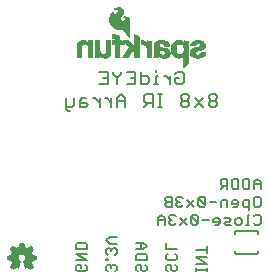
<source format=gbo>
G75*
%MOIN*%
%OFA0B0*%
%FSLAX25Y25*%
%IPPOS*%
%LPD*%
%AMOC8*
5,1,8,0,0,1.08239X$1,22.5*
%
%ADD10C,0.00600*%
%ADD11C,0.00800*%
%ADD12C,0.00300*%
%ADD13C,0.00299*%
D10*
X0166633Y0055867D02*
X0167200Y0055300D01*
X0169469Y0055300D01*
X0170036Y0055867D01*
X0170036Y0057001D01*
X0169469Y0057569D01*
X0168335Y0057569D02*
X0168335Y0056434D01*
X0168335Y0057569D02*
X0167200Y0057569D01*
X0166633Y0057001D01*
X0166633Y0055867D01*
X0166633Y0058983D02*
X0170036Y0058983D01*
X0166633Y0061252D01*
X0170036Y0061252D01*
X0170036Y0062666D02*
X0170036Y0064368D01*
X0169469Y0064935D01*
X0167200Y0064935D01*
X0166633Y0064368D01*
X0166633Y0062666D01*
X0170036Y0062666D01*
X0176633Y0062526D02*
X0176633Y0061392D01*
X0177200Y0060825D01*
X0177200Y0059550D02*
X0176633Y0059550D01*
X0176633Y0058983D01*
X0177200Y0058983D01*
X0177200Y0059550D01*
X0177200Y0057569D02*
X0176633Y0057001D01*
X0176633Y0055867D01*
X0177200Y0055300D01*
X0178335Y0056434D02*
X0178335Y0057001D01*
X0177768Y0057569D01*
X0177200Y0057569D01*
X0178335Y0057001D02*
X0178902Y0057569D01*
X0179469Y0057569D01*
X0180036Y0057001D01*
X0180036Y0055867D01*
X0179469Y0055300D01*
X0186633Y0055867D02*
X0187200Y0055300D01*
X0186633Y0055867D02*
X0186633Y0057001D01*
X0187200Y0057569D01*
X0187768Y0057569D01*
X0188335Y0057001D01*
X0188335Y0055867D01*
X0188902Y0055300D01*
X0189469Y0055300D01*
X0190036Y0055867D01*
X0190036Y0057001D01*
X0189469Y0057569D01*
X0190036Y0058983D02*
X0190036Y0060685D01*
X0189469Y0061252D01*
X0187200Y0061252D01*
X0186633Y0060685D01*
X0186633Y0058983D01*
X0190036Y0058983D01*
X0196633Y0059550D02*
X0196633Y0060685D01*
X0197200Y0061252D01*
X0196633Y0062666D02*
X0196633Y0064935D01*
X0190036Y0063801D02*
X0188902Y0064935D01*
X0186633Y0064935D01*
X0188335Y0064935D02*
X0188335Y0062666D01*
X0188902Y0062666D02*
X0190036Y0063801D01*
X0188902Y0062666D02*
X0186633Y0062666D01*
X0180036Y0062526D02*
X0179469Y0063093D01*
X0178902Y0063093D01*
X0178335Y0062526D01*
X0177768Y0063093D01*
X0177200Y0063093D01*
X0176633Y0062526D01*
X0178335Y0062526D02*
X0178335Y0061959D01*
X0179469Y0060825D02*
X0180036Y0061392D01*
X0180036Y0062526D01*
X0180036Y0064508D02*
X0177768Y0064508D01*
X0176633Y0065642D01*
X0177768Y0066776D01*
X0180036Y0066776D01*
X0193844Y0070800D02*
X0193844Y0073069D01*
X0194978Y0074203D01*
X0196113Y0073069D01*
X0196113Y0070800D01*
X0197527Y0071367D02*
X0198094Y0070800D01*
X0199229Y0070800D01*
X0199796Y0071367D01*
X0201210Y0070800D02*
X0203479Y0073069D01*
X0204894Y0073636D02*
X0204894Y0071367D01*
X0205461Y0070800D01*
X0206595Y0070800D01*
X0207162Y0071367D01*
X0204894Y0073636D01*
X0205461Y0074203D01*
X0206595Y0074203D01*
X0207162Y0073636D01*
X0207162Y0071367D01*
X0208577Y0072501D02*
X0210845Y0072501D01*
X0212260Y0072501D02*
X0212260Y0071934D01*
X0214528Y0071934D01*
X0214528Y0071367D02*
X0214528Y0072501D01*
X0213961Y0073069D01*
X0212827Y0073069D01*
X0212260Y0072501D01*
X0212827Y0070800D02*
X0213961Y0070800D01*
X0214528Y0071367D01*
X0215943Y0071367D02*
X0216510Y0071934D01*
X0217644Y0071934D01*
X0218212Y0072501D01*
X0217644Y0073069D01*
X0215943Y0073069D01*
X0215943Y0071367D02*
X0216510Y0070800D01*
X0218212Y0070800D01*
X0219626Y0071367D02*
X0219626Y0072501D01*
X0220193Y0073069D01*
X0221328Y0073069D01*
X0221895Y0072501D01*
X0221895Y0071367D01*
X0221328Y0070800D01*
X0220193Y0070800D01*
X0219626Y0071367D01*
X0223216Y0070800D02*
X0224350Y0070800D01*
X0223783Y0070800D02*
X0223783Y0074203D01*
X0224350Y0074203D01*
X0224350Y0075666D02*
X0224350Y0079069D01*
X0222649Y0079069D01*
X0222082Y0078501D01*
X0222082Y0077367D01*
X0222649Y0076800D01*
X0224350Y0076800D01*
X0225765Y0077367D02*
X0226332Y0076800D01*
X0227466Y0076800D01*
X0228033Y0077367D01*
X0228033Y0079636D01*
X0227466Y0080203D01*
X0226332Y0080203D01*
X0225765Y0079636D01*
X0225765Y0077367D01*
X0220667Y0077367D02*
X0220100Y0076800D01*
X0218966Y0076800D01*
X0218398Y0077934D02*
X0220667Y0077934D01*
X0220667Y0077367D02*
X0220667Y0078501D01*
X0220100Y0079069D01*
X0218966Y0079069D01*
X0218398Y0078501D01*
X0218398Y0077934D01*
X0216984Y0076800D02*
X0216984Y0079069D01*
X0215282Y0079069D01*
X0214715Y0078501D01*
X0214715Y0076800D01*
X0213301Y0078501D02*
X0211032Y0078501D01*
X0209618Y0077367D02*
X0209050Y0076800D01*
X0207916Y0076800D01*
X0207349Y0077367D01*
X0207349Y0079636D01*
X0209618Y0077367D01*
X0209618Y0079636D01*
X0209050Y0080203D01*
X0207916Y0080203D01*
X0207349Y0079636D01*
X0205934Y0079069D02*
X0203666Y0076800D01*
X0202251Y0077367D02*
X0201684Y0076800D01*
X0200550Y0076800D01*
X0199983Y0077367D01*
X0199983Y0077934D01*
X0200550Y0078501D01*
X0201117Y0078501D01*
X0200550Y0078501D02*
X0199983Y0079069D01*
X0199983Y0079636D01*
X0200550Y0080203D01*
X0201684Y0080203D01*
X0202251Y0079636D01*
X0203666Y0079069D02*
X0205934Y0076800D01*
X0199796Y0073636D02*
X0199229Y0074203D01*
X0198094Y0074203D01*
X0197527Y0073636D01*
X0197527Y0073069D01*
X0198094Y0072501D01*
X0197527Y0071934D01*
X0197527Y0071367D01*
X0198094Y0072501D02*
X0198662Y0072501D01*
X0196113Y0072501D02*
X0193844Y0072501D01*
X0201210Y0073069D02*
X0203479Y0070800D01*
X0198568Y0076800D02*
X0196867Y0076800D01*
X0196300Y0077367D01*
X0196300Y0077934D01*
X0196867Y0078501D01*
X0198568Y0078501D01*
X0198568Y0076800D02*
X0198568Y0080203D01*
X0196867Y0080203D01*
X0196300Y0079636D01*
X0196300Y0079069D01*
X0196867Y0078501D01*
X0214715Y0082800D02*
X0215850Y0083934D01*
X0215282Y0083934D02*
X0216984Y0083934D01*
X0216984Y0082800D02*
X0216984Y0086203D01*
X0215282Y0086203D01*
X0214715Y0085636D01*
X0214715Y0084501D01*
X0215282Y0083934D01*
X0218398Y0083367D02*
X0218398Y0085636D01*
X0218966Y0086203D01*
X0220667Y0086203D01*
X0220667Y0082800D01*
X0218966Y0082800D01*
X0218398Y0083367D01*
X0222082Y0083367D02*
X0222082Y0085636D01*
X0222649Y0086203D01*
X0224350Y0086203D01*
X0224350Y0082800D01*
X0222649Y0082800D01*
X0222082Y0083367D01*
X0225765Y0082800D02*
X0225765Y0085069D01*
X0226899Y0086203D01*
X0228033Y0085069D01*
X0228033Y0082800D01*
X0228033Y0084501D02*
X0225765Y0084501D01*
X0226332Y0074203D02*
X0227466Y0074203D01*
X0228033Y0073636D01*
X0228033Y0071367D01*
X0227466Y0070800D01*
X0226332Y0070800D01*
X0225765Y0071367D01*
X0225765Y0073636D02*
X0226332Y0074203D01*
X0210036Y0063707D02*
X0210036Y0061439D01*
X0210036Y0062573D02*
X0206633Y0062573D01*
X0206633Y0060024D02*
X0210036Y0060024D01*
X0210036Y0057755D02*
X0206633Y0060024D01*
X0206633Y0057755D02*
X0210036Y0057755D01*
X0210036Y0056434D02*
X0210036Y0055300D01*
X0210036Y0055867D02*
X0206633Y0055867D01*
X0206633Y0055300D02*
X0206633Y0056434D01*
X0200036Y0055867D02*
X0199469Y0055300D01*
X0198902Y0055300D01*
X0198335Y0055867D01*
X0198335Y0057001D01*
X0197768Y0057569D01*
X0197200Y0057569D01*
X0196633Y0057001D01*
X0196633Y0055867D01*
X0197200Y0055300D01*
X0200036Y0055867D02*
X0200036Y0057001D01*
X0199469Y0057569D01*
X0199469Y0058983D02*
X0197200Y0058983D01*
X0196633Y0059550D01*
X0199469Y0058983D02*
X0200036Y0059550D01*
X0200036Y0060685D01*
X0199469Y0061252D01*
X0200036Y0062666D02*
X0196633Y0062666D01*
D11*
X0220184Y0061063D02*
X0226483Y0061063D01*
X0226483Y0061062D02*
X0226542Y0061076D01*
X0226600Y0061093D01*
X0226657Y0061114D01*
X0226713Y0061138D01*
X0226767Y0061166D01*
X0226819Y0061196D01*
X0226870Y0061230D01*
X0226918Y0061267D01*
X0226964Y0061306D01*
X0227007Y0061349D01*
X0227048Y0061393D01*
X0227086Y0061441D01*
X0227121Y0061490D01*
X0227153Y0061542D01*
X0227182Y0061595D01*
X0227208Y0061650D01*
X0227230Y0061706D01*
X0227249Y0061764D01*
X0227265Y0061823D01*
X0227276Y0061882D01*
X0227285Y0061942D01*
X0227289Y0062003D01*
X0227290Y0062063D01*
X0227287Y0062124D01*
X0227281Y0062184D01*
X0227271Y0062244D01*
X0220184Y0061062D02*
X0220125Y0061076D01*
X0220067Y0061093D01*
X0220010Y0061114D01*
X0219954Y0061138D01*
X0219900Y0061166D01*
X0219848Y0061196D01*
X0219797Y0061230D01*
X0219749Y0061267D01*
X0219703Y0061306D01*
X0219660Y0061349D01*
X0219619Y0061393D01*
X0219581Y0061441D01*
X0219546Y0061490D01*
X0219514Y0061542D01*
X0219485Y0061595D01*
X0219459Y0061650D01*
X0219437Y0061706D01*
X0219418Y0061764D01*
X0219402Y0061823D01*
X0219391Y0061882D01*
X0219382Y0061942D01*
X0219378Y0062003D01*
X0219377Y0062063D01*
X0219380Y0062124D01*
X0219386Y0062184D01*
X0219396Y0062244D01*
X0219396Y0067756D02*
X0219386Y0067816D01*
X0219380Y0067876D01*
X0219377Y0067937D01*
X0219378Y0067997D01*
X0219382Y0068058D01*
X0219391Y0068118D01*
X0219402Y0068177D01*
X0219418Y0068236D01*
X0219437Y0068294D01*
X0219459Y0068350D01*
X0219485Y0068405D01*
X0219514Y0068458D01*
X0219546Y0068510D01*
X0219581Y0068559D01*
X0219619Y0068607D01*
X0219660Y0068651D01*
X0219703Y0068694D01*
X0219749Y0068733D01*
X0219797Y0068770D01*
X0219848Y0068804D01*
X0219900Y0068834D01*
X0219954Y0068862D01*
X0220010Y0068886D01*
X0220067Y0068907D01*
X0220125Y0068924D01*
X0220184Y0068938D01*
X0220184Y0068937D02*
X0226483Y0068937D01*
X0226483Y0068938D02*
X0226542Y0068924D01*
X0226600Y0068907D01*
X0226657Y0068886D01*
X0226713Y0068862D01*
X0226767Y0068834D01*
X0226819Y0068804D01*
X0226870Y0068770D01*
X0226918Y0068733D01*
X0226964Y0068694D01*
X0227007Y0068651D01*
X0227048Y0068607D01*
X0227086Y0068559D01*
X0227121Y0068510D01*
X0227153Y0068458D01*
X0227182Y0068405D01*
X0227208Y0068350D01*
X0227230Y0068294D01*
X0227249Y0068236D01*
X0227265Y0068177D01*
X0227276Y0068118D01*
X0227285Y0068058D01*
X0227289Y0067997D01*
X0227290Y0067937D01*
X0227287Y0067876D01*
X0227281Y0067816D01*
X0227271Y0067756D01*
X0164547Y0108749D02*
X0163847Y0108749D01*
X0163146Y0109449D01*
X0163146Y0112952D01*
X0163146Y0110150D02*
X0165248Y0110150D01*
X0165948Y0110851D01*
X0165948Y0112952D01*
X0167750Y0112252D02*
X0167750Y0110150D01*
X0169852Y0110150D01*
X0170552Y0110851D01*
X0169852Y0111551D01*
X0167750Y0111551D01*
X0167750Y0112252D02*
X0168451Y0112952D01*
X0169852Y0112952D01*
X0172287Y0112952D02*
X0172988Y0112952D01*
X0174389Y0111551D01*
X0174389Y0110150D02*
X0174389Y0112952D01*
X0176124Y0112952D02*
X0176824Y0112952D01*
X0178226Y0111551D01*
X0178226Y0110150D02*
X0178226Y0112952D01*
X0180027Y0112952D02*
X0180027Y0110150D01*
X0180027Y0112252D02*
X0182829Y0112252D01*
X0182829Y0112952D02*
X0181428Y0114354D01*
X0180027Y0112952D01*
X0182829Y0112952D02*
X0182829Y0110150D01*
X0189235Y0110150D02*
X0190636Y0111551D01*
X0189936Y0111551D02*
X0192037Y0111551D01*
X0192037Y0110150D02*
X0192037Y0114354D01*
X0189936Y0114354D01*
X0189235Y0113653D01*
X0189235Y0112252D01*
X0189936Y0111551D01*
X0193705Y0110150D02*
X0195107Y0110150D01*
X0194406Y0110150D02*
X0194406Y0114354D01*
X0195107Y0114354D02*
X0193705Y0114354D01*
X0201512Y0113653D02*
X0201512Y0112952D01*
X0202213Y0112252D01*
X0203614Y0112252D01*
X0204314Y0112952D01*
X0204314Y0113653D01*
X0203614Y0114354D01*
X0202213Y0114354D01*
X0201512Y0113653D01*
X0202213Y0112252D02*
X0201512Y0111551D01*
X0201512Y0110851D01*
X0202213Y0110150D01*
X0203614Y0110150D01*
X0204314Y0110851D01*
X0204314Y0111551D01*
X0203614Y0112252D01*
X0206116Y0112952D02*
X0208918Y0110150D01*
X0210720Y0110851D02*
X0210720Y0111551D01*
X0211420Y0112252D01*
X0212822Y0112252D01*
X0213522Y0112952D01*
X0213522Y0113653D01*
X0212822Y0114354D01*
X0211420Y0114354D01*
X0210720Y0113653D01*
X0210720Y0112952D01*
X0211420Y0112252D01*
X0212822Y0112252D02*
X0213522Y0111551D01*
X0213522Y0110851D01*
X0212822Y0110150D01*
X0211420Y0110150D01*
X0210720Y0110851D01*
X0208918Y0112952D02*
X0206116Y0110150D01*
X0201696Y0117650D02*
X0200294Y0117650D01*
X0199594Y0118351D01*
X0199594Y0119752D01*
X0200995Y0119752D01*
X0202396Y0121153D02*
X0201696Y0121854D01*
X0200294Y0121854D01*
X0199594Y0121153D01*
X0197792Y0120452D02*
X0197792Y0117650D01*
X0197792Y0119051D02*
X0196391Y0120452D01*
X0195690Y0120452D01*
X0193956Y0120452D02*
X0193255Y0120452D01*
X0193255Y0117650D01*
X0193956Y0117650D02*
X0192554Y0117650D01*
X0190886Y0118351D02*
X0190886Y0119752D01*
X0190186Y0120452D01*
X0188084Y0120452D01*
X0188084Y0121854D02*
X0188084Y0117650D01*
X0190186Y0117650D01*
X0190886Y0118351D01*
X0186282Y0117650D02*
X0183480Y0117650D01*
X0184881Y0119752D02*
X0186282Y0119752D01*
X0186282Y0121854D02*
X0183480Y0121854D01*
X0181678Y0121854D02*
X0181678Y0121153D01*
X0180277Y0119752D01*
X0180277Y0117650D01*
X0180277Y0119752D02*
X0178876Y0121153D01*
X0178876Y0121854D01*
X0177075Y0121854D02*
X0177075Y0117650D01*
X0174272Y0117650D01*
X0175673Y0119752D02*
X0177075Y0119752D01*
X0177075Y0121854D02*
X0174272Y0121854D01*
X0186282Y0121854D02*
X0186282Y0117650D01*
X0193255Y0121854D02*
X0193255Y0122554D01*
X0202396Y0121153D02*
X0202396Y0118351D01*
X0201696Y0117650D01*
D12*
X0202318Y0123394D02*
X0202475Y0123551D01*
X0202672Y0123748D01*
X0202869Y0123906D01*
X0203066Y0124063D01*
X0203262Y0124220D01*
X0203459Y0124417D01*
X0203617Y0124575D01*
X0203814Y0124732D01*
X0203814Y0132016D01*
X0203656Y0132055D01*
X0203459Y0132094D01*
X0203262Y0132094D01*
X0203105Y0132134D01*
X0202908Y0132173D01*
X0202751Y0132213D01*
X0202554Y0132252D01*
X0202357Y0132291D01*
X0202357Y0131583D01*
X0202199Y0131780D01*
X0202042Y0131937D01*
X0201845Y0132094D01*
X0201648Y0132213D01*
X0201451Y0132331D01*
X0201215Y0132370D01*
X0200979Y0132409D01*
X0200703Y0132409D01*
X0200113Y0132370D01*
X0199562Y0132173D01*
X0199129Y0131898D01*
X0198774Y0131504D01*
X0198499Y0131071D01*
X0198341Y0130559D01*
X0198223Y0130008D01*
X0198184Y0129417D01*
X0199719Y0129457D01*
X0199719Y0129811D01*
X0199759Y0130126D01*
X0199877Y0130441D01*
X0199995Y0130717D01*
X0200192Y0130953D01*
X0200428Y0131110D01*
X0200703Y0131228D01*
X0201058Y0131268D01*
X0201373Y0131228D01*
X0201688Y0131110D01*
X0201885Y0130953D01*
X0202081Y0130717D01*
X0202199Y0130441D01*
X0202318Y0130126D01*
X0202357Y0129811D01*
X0202357Y0129142D01*
X0202278Y0128827D01*
X0202199Y0128512D01*
X0202081Y0128236D01*
X0201885Y0128039D01*
X0201648Y0127843D01*
X0201373Y0127764D01*
X0201018Y0127724D01*
X0200703Y0127764D01*
X0200388Y0127843D01*
X0200152Y0128039D01*
X0199995Y0128236D01*
X0199877Y0128512D01*
X0198538Y0127882D01*
X0198774Y0127449D01*
X0199129Y0127094D01*
X0199562Y0126780D01*
X0200034Y0126622D01*
X0200625Y0126543D01*
X0200861Y0126583D01*
X0201097Y0126622D01*
X0201333Y0126661D01*
X0201570Y0126780D01*
X0201766Y0126898D01*
X0201963Y0127016D01*
X0202121Y0127213D01*
X0202278Y0127409D01*
X0202318Y0127409D01*
X0202318Y0123394D01*
X0202318Y0123508D02*
X0202432Y0123508D01*
X0202318Y0123807D02*
X0202746Y0123807D01*
X0203119Y0124105D02*
X0202318Y0124105D01*
X0202318Y0124404D02*
X0203446Y0124404D01*
X0203776Y0124703D02*
X0202318Y0124703D01*
X0202318Y0125001D02*
X0203814Y0125001D01*
X0203814Y0125300D02*
X0202318Y0125300D01*
X0202318Y0125598D02*
X0203814Y0125598D01*
X0203814Y0125897D02*
X0202318Y0125897D01*
X0202318Y0126195D02*
X0203814Y0126195D01*
X0203814Y0126494D02*
X0202318Y0126494D01*
X0202318Y0126792D02*
X0203814Y0126792D01*
X0203814Y0127091D02*
X0202318Y0127091D01*
X0202023Y0127091D02*
X0199134Y0127091D01*
X0198834Y0127389D02*
X0202262Y0127389D01*
X0202318Y0127389D02*
X0203814Y0127389D01*
X0203814Y0127688D02*
X0198644Y0127688D01*
X0198538Y0127882D02*
X0199877Y0128512D01*
X0199759Y0128827D01*
X0199719Y0129142D01*
X0199719Y0129457D01*
X0198184Y0129417D01*
X0198223Y0128866D01*
X0198341Y0128354D01*
X0198538Y0127882D01*
X0198495Y0127986D02*
X0198760Y0127986D01*
X0200216Y0127986D01*
X0199974Y0128285D02*
X0199394Y0128285D01*
X0198370Y0128285D01*
X0198288Y0128583D02*
X0199850Y0128583D01*
X0199752Y0128882D02*
X0198222Y0128882D01*
X0198201Y0129180D02*
X0199719Y0129180D01*
X0199719Y0129479D02*
X0198188Y0129479D01*
X0198208Y0129777D02*
X0199719Y0129777D01*
X0199752Y0130076D02*
X0198238Y0130076D01*
X0198302Y0130374D02*
X0199852Y0130374D01*
X0199976Y0130673D02*
X0198376Y0130673D01*
X0198468Y0130971D02*
X0200219Y0130971D01*
X0199549Y0132165D02*
X0201727Y0132165D01*
X0202112Y0131867D02*
X0199101Y0131867D01*
X0198832Y0131568D02*
X0203814Y0131568D01*
X0203814Y0131270D02*
X0198625Y0131270D01*
X0197475Y0131031D02*
X0197514Y0130795D01*
X0197554Y0130559D01*
X0196018Y0130559D01*
X0196018Y0130756D01*
X0195979Y0130835D01*
X0195940Y0130953D01*
X0195900Y0131031D01*
X0195861Y0131071D01*
X0195782Y0131150D01*
X0195743Y0131189D01*
X0195664Y0131228D01*
X0195585Y0131268D01*
X0195507Y0131307D01*
X0195428Y0131346D01*
X0195349Y0131386D01*
X0194640Y0131386D01*
X0194562Y0131346D01*
X0194483Y0131346D01*
X0194404Y0131307D01*
X0194325Y0131268D01*
X0194247Y0131228D01*
X0194207Y0131150D01*
X0194168Y0131110D01*
X0194129Y0131031D01*
X0194089Y0130953D01*
X0194050Y0130874D01*
X0194050Y0130441D01*
X0194168Y0130283D01*
X0194365Y0130165D01*
X0194601Y0130087D01*
X0194877Y0130008D01*
X0194680Y0129220D01*
X0194522Y0129220D01*
X0194444Y0129260D01*
X0194365Y0129260D01*
X0194286Y0129299D01*
X0194207Y0129339D01*
X0194129Y0129339D01*
X0194089Y0129378D01*
X0194050Y0129417D01*
X0194050Y0128512D01*
X0194089Y0128394D01*
X0194129Y0128315D01*
X0194168Y0128197D01*
X0194207Y0128079D01*
X0194286Y0128000D01*
X0194365Y0127882D01*
X0194444Y0127803D01*
X0194562Y0127724D01*
X0194719Y0127685D01*
X0194877Y0127606D01*
X0195073Y0127606D01*
X0195270Y0127567D01*
X0195467Y0127567D01*
X0195546Y0127606D01*
X0195625Y0127606D01*
X0195703Y0127646D01*
X0195782Y0127646D01*
X0195861Y0127685D01*
X0195940Y0127724D01*
X0195979Y0127764D01*
X0196058Y0127803D01*
X0196097Y0127882D01*
X0196136Y0127921D01*
X0196176Y0128000D01*
X0196176Y0128079D01*
X0196215Y0128197D01*
X0196215Y0128394D01*
X0196176Y0128472D01*
X0196176Y0128551D01*
X0196136Y0128630D01*
X0196097Y0128709D01*
X0196058Y0128787D01*
X0195979Y0128827D01*
X0195940Y0128866D01*
X0195861Y0128906D01*
X0195782Y0128945D01*
X0195743Y0128984D01*
X0195664Y0129024D01*
X0195546Y0129063D01*
X0195861Y0129890D01*
X0196215Y0129850D01*
X0196530Y0129772D01*
X0196845Y0129654D01*
X0197121Y0129496D01*
X0197396Y0129260D01*
X0197554Y0128984D01*
X0197672Y0128630D01*
X0197751Y0128197D01*
X0197711Y0128000D01*
X0197711Y0127803D01*
X0197633Y0127646D01*
X0197593Y0127449D01*
X0197514Y0127331D01*
X0197396Y0127173D01*
X0197318Y0127055D01*
X0197199Y0126937D01*
X0197042Y0126858D01*
X0196924Y0126780D01*
X0196766Y0126701D01*
X0196570Y0126622D01*
X0196412Y0126583D01*
X0196215Y0126583D01*
X0196018Y0126543D01*
X0195585Y0126543D01*
X0195467Y0126583D01*
X0195310Y0126583D01*
X0195192Y0126622D01*
X0195073Y0126622D01*
X0194955Y0126661D01*
X0194837Y0126701D01*
X0194719Y0126740D01*
X0194601Y0126780D01*
X0194483Y0126858D01*
X0194365Y0126898D01*
X0194247Y0126976D01*
X0194168Y0127055D01*
X0194050Y0127134D01*
X0193971Y0127252D01*
X0193971Y0127016D01*
X0193932Y0126976D01*
X0193932Y0126858D01*
X0193892Y0126819D01*
X0193892Y0126780D01*
X0193853Y0126740D01*
X0193853Y0126701D01*
X0192318Y0126701D01*
X0192318Y0126740D01*
X0192357Y0126780D01*
X0192396Y0126858D01*
X0192396Y0126976D01*
X0192436Y0127055D01*
X0192436Y0127134D01*
X0192475Y0127213D01*
X0192475Y0127567D01*
X0192514Y0127646D01*
X0192514Y0131071D01*
X0192554Y0131268D01*
X0192633Y0131465D01*
X0192711Y0131622D01*
X0192829Y0131780D01*
X0192987Y0131898D01*
X0193144Y0132016D01*
X0193302Y0132134D01*
X0193499Y0132213D01*
X0193696Y0132252D01*
X0193892Y0132331D01*
X0194089Y0132370D01*
X0194325Y0132370D01*
X0194522Y0132409D01*
X0195428Y0132409D01*
X0195625Y0132370D01*
X0195861Y0132331D01*
X0196097Y0132252D01*
X0196294Y0132213D01*
X0196491Y0132134D01*
X0196688Y0132016D01*
X0196885Y0131898D01*
X0197042Y0131780D01*
X0197160Y0131622D01*
X0197278Y0131425D01*
X0197396Y0131268D01*
X0197475Y0131031D01*
X0197485Y0130971D02*
X0195930Y0130971D01*
X0196018Y0130673D02*
X0197535Y0130673D01*
X0197395Y0131270D02*
X0195581Y0131270D01*
X0196412Y0132165D02*
X0193380Y0132165D01*
X0192946Y0131867D02*
X0196926Y0131867D01*
X0197192Y0131568D02*
X0192684Y0131568D01*
X0192555Y0131270D02*
X0194330Y0131270D01*
X0194098Y0130971D02*
X0192514Y0130971D01*
X0192514Y0130673D02*
X0194050Y0130673D01*
X0194100Y0130374D02*
X0192514Y0130374D01*
X0192514Y0130076D02*
X0194639Y0130076D01*
X0194877Y0130008D02*
X0194680Y0129220D01*
X0194759Y0129181D01*
X0194837Y0129181D01*
X0194955Y0129142D01*
X0195113Y0129142D01*
X0195231Y0129102D01*
X0195388Y0129102D01*
X0195467Y0129063D01*
X0195546Y0129063D01*
X0195861Y0129890D01*
X0195507Y0129929D01*
X0195152Y0129969D01*
X0194877Y0130008D01*
X0194819Y0129777D02*
X0192514Y0129777D01*
X0192514Y0129479D02*
X0194744Y0129479D01*
X0195704Y0129479D01*
X0197141Y0129479D01*
X0197442Y0129180D02*
X0195591Y0129180D01*
X0194840Y0129180D01*
X0194819Y0129777D02*
X0195818Y0129777D01*
X0196508Y0129777D01*
X0195909Y0128882D02*
X0197588Y0128882D01*
X0197680Y0128583D02*
X0196160Y0128583D01*
X0196215Y0128285D02*
X0197735Y0128285D01*
X0197711Y0127986D02*
X0196169Y0127986D01*
X0195866Y0127688D02*
X0197654Y0127688D01*
X0197553Y0127389D02*
X0192475Y0127389D01*
X0192436Y0127091D02*
X0193971Y0127091D01*
X0194115Y0127091D02*
X0197341Y0127091D01*
X0196943Y0126792D02*
X0194582Y0126792D01*
X0193892Y0126792D02*
X0192363Y0126792D01*
X0191648Y0126792D02*
X0190113Y0126792D01*
X0190113Y0126701D02*
X0191648Y0126701D01*
X0191648Y0131346D01*
X0191648Y0132016D01*
X0191451Y0132055D01*
X0191294Y0132094D01*
X0191097Y0132094D01*
X0190900Y0132134D01*
X0190743Y0132173D01*
X0190546Y0132213D01*
X0190349Y0132252D01*
X0190192Y0132291D01*
X0190192Y0131228D01*
X0190034Y0131504D01*
X0189877Y0131701D01*
X0189680Y0131937D01*
X0189483Y0132094D01*
X0189207Y0132252D01*
X0188971Y0132331D01*
X0188696Y0132409D01*
X0188144Y0132409D01*
X0188105Y0132370D01*
X0188066Y0132370D01*
X0188066Y0130953D01*
X0188105Y0130953D01*
X0188184Y0130992D01*
X0188617Y0130992D01*
X0189010Y0130953D01*
X0189325Y0130874D01*
X0189601Y0130717D01*
X0189798Y0130480D01*
X0189955Y0130205D01*
X0190034Y0129929D01*
X0190113Y0129575D01*
X0190113Y0126701D01*
X0190113Y0127091D02*
X0191648Y0127091D01*
X0191648Y0127389D02*
X0190113Y0127389D01*
X0190113Y0127688D02*
X0191648Y0127688D01*
X0191648Y0127986D02*
X0190113Y0127986D01*
X0190113Y0128285D02*
X0191648Y0128285D01*
X0191648Y0128583D02*
X0190113Y0128583D01*
X0190113Y0128882D02*
X0191648Y0128882D01*
X0191648Y0129180D02*
X0190113Y0129180D01*
X0190113Y0129479D02*
X0191648Y0129479D01*
X0191648Y0129777D02*
X0190068Y0129777D01*
X0189992Y0130076D02*
X0191648Y0130076D01*
X0191648Y0130374D02*
X0189859Y0130374D01*
X0189638Y0130673D02*
X0191648Y0130673D01*
X0191648Y0130971D02*
X0188825Y0130971D01*
X0188142Y0130971D02*
X0188066Y0130971D01*
X0188066Y0131270D02*
X0190168Y0131270D01*
X0190192Y0131270D02*
X0191648Y0131270D01*
X0191648Y0131568D02*
X0190192Y0131568D01*
X0189983Y0131568D02*
X0188066Y0131568D01*
X0188066Y0131867D02*
X0189738Y0131867D01*
X0190192Y0131867D02*
X0191648Y0131867D01*
X0190774Y0132165D02*
X0190192Y0132165D01*
X0189359Y0132165D02*
X0188066Y0132165D01*
X0187475Y0132165D02*
X0185940Y0132165D01*
X0185940Y0131867D02*
X0187475Y0131867D01*
X0187475Y0131568D02*
X0185940Y0131568D01*
X0185940Y0131270D02*
X0187475Y0131270D01*
X0187475Y0130971D02*
X0185940Y0130971D01*
X0185940Y0130673D02*
X0187475Y0130673D01*
X0187475Y0130374D02*
X0185940Y0130374D01*
X0185852Y0130374D02*
X0184153Y0130374D01*
X0184286Y0130244D02*
X0181963Y0126701D01*
X0183814Y0126701D01*
X0185349Y0129181D01*
X0185940Y0128630D01*
X0185940Y0126701D01*
X0187475Y0126701D01*
X0187475Y0133551D01*
X0185940Y0134378D01*
X0185940Y0130283D01*
X0184010Y0132291D01*
X0182199Y0132291D01*
X0184286Y0130244D01*
X0184176Y0130076D02*
X0187475Y0130076D01*
X0187475Y0129777D02*
X0183980Y0129777D01*
X0183784Y0129479D02*
X0187475Y0129479D01*
X0187475Y0129180D02*
X0185350Y0129180D01*
X0185349Y0129180D02*
X0183589Y0129180D01*
X0183393Y0128882D02*
X0185164Y0128882D01*
X0184979Y0128583D02*
X0183197Y0128583D01*
X0183002Y0128285D02*
X0184794Y0128285D01*
X0184609Y0127986D02*
X0182806Y0127986D01*
X0182610Y0127688D02*
X0184425Y0127688D01*
X0184240Y0127389D02*
X0182415Y0127389D01*
X0182219Y0127091D02*
X0184055Y0127091D01*
X0183870Y0126792D02*
X0182023Y0126792D01*
X0181018Y0126792D02*
X0179522Y0126792D01*
X0179522Y0126701D02*
X0181018Y0126701D01*
X0181018Y0130677D01*
X0181018Y0131268D01*
X0182554Y0131268D01*
X0182396Y0131386D01*
X0182278Y0131504D01*
X0182160Y0131622D01*
X0182003Y0131780D01*
X0181885Y0131898D01*
X0181766Y0132016D01*
X0181609Y0132134D01*
X0181491Y0132291D01*
X0181018Y0132291D01*
X0181018Y0133079D01*
X0180900Y0133394D01*
X0180782Y0133669D01*
X0180585Y0133906D01*
X0180310Y0134102D01*
X0179995Y0134260D01*
X0179601Y0134378D01*
X0178459Y0134378D01*
X0178381Y0134339D01*
X0178381Y0133236D01*
X0179050Y0133236D01*
X0179207Y0133197D01*
X0179286Y0133157D01*
X0179365Y0133118D01*
X0179444Y0133000D01*
X0179483Y0132921D01*
X0179483Y0132764D01*
X0179522Y0132606D01*
X0179522Y0132291D01*
X0178459Y0132291D01*
X0178459Y0131268D01*
X0179522Y0131268D01*
X0179522Y0126701D01*
X0179522Y0127091D02*
X0181018Y0127091D01*
X0181018Y0127389D02*
X0179522Y0127389D01*
X0179522Y0127688D02*
X0181018Y0127688D01*
X0181018Y0127986D02*
X0179522Y0127986D01*
X0179522Y0128285D02*
X0181018Y0128285D01*
X0181018Y0128583D02*
X0179522Y0128583D01*
X0179522Y0128882D02*
X0181018Y0128882D01*
X0181018Y0129180D02*
X0179522Y0129180D01*
X0179522Y0129479D02*
X0181018Y0129479D01*
X0181018Y0129777D02*
X0179522Y0129777D01*
X0179522Y0130076D02*
X0181018Y0130076D01*
X0181018Y0130374D02*
X0179522Y0130374D01*
X0179522Y0130673D02*
X0181018Y0130673D01*
X0181018Y0130971D02*
X0179522Y0130971D01*
X0178459Y0131270D02*
X0182551Y0131270D01*
X0182214Y0131568D02*
X0178459Y0131568D01*
X0178459Y0131867D02*
X0181915Y0131867D01*
X0181585Y0132165D02*
X0178459Y0132165D01*
X0177987Y0132165D02*
X0176491Y0132165D01*
X0176491Y0132291D02*
X0176491Y0129142D01*
X0176451Y0128827D01*
X0176412Y0128512D01*
X0176373Y0128276D01*
X0176255Y0128118D01*
X0176136Y0127961D01*
X0175940Y0127843D01*
X0175743Y0127803D01*
X0175507Y0127764D01*
X0175192Y0127803D01*
X0174955Y0127843D01*
X0174759Y0127961D01*
X0174601Y0128118D01*
X0174483Y0128354D01*
X0174365Y0128630D01*
X0174325Y0128945D01*
X0174325Y0132291D01*
X0172790Y0132291D01*
X0172790Y0127409D01*
X0172790Y0126701D01*
X0174247Y0126701D01*
X0174247Y0127488D01*
X0174286Y0127488D01*
X0174444Y0127252D01*
X0174601Y0127055D01*
X0174798Y0126898D01*
X0175034Y0126780D01*
X0175231Y0126701D01*
X0175467Y0126622D01*
X0175743Y0126583D01*
X0175979Y0126543D01*
X0176530Y0126583D01*
X0176963Y0126740D01*
X0177318Y0126937D01*
X0177593Y0127173D01*
X0177790Y0127528D01*
X0177908Y0127921D01*
X0177987Y0128354D01*
X0177987Y0132291D01*
X0176491Y0132291D01*
X0176491Y0131867D02*
X0177987Y0131867D01*
X0177987Y0131568D02*
X0176491Y0131568D01*
X0176491Y0131270D02*
X0177987Y0131270D01*
X0177987Y0130971D02*
X0176491Y0130971D01*
X0176491Y0130673D02*
X0177987Y0130673D01*
X0177987Y0130374D02*
X0176491Y0130374D01*
X0176491Y0130076D02*
X0177987Y0130076D01*
X0177987Y0129777D02*
X0176491Y0129777D01*
X0176491Y0129479D02*
X0177987Y0129479D01*
X0177987Y0129180D02*
X0176491Y0129180D01*
X0176458Y0128882D02*
X0177987Y0128882D01*
X0177987Y0128583D02*
X0176421Y0128583D01*
X0176374Y0128285D02*
X0177974Y0128285D01*
X0177920Y0127986D02*
X0176156Y0127986D01*
X0174733Y0127986D02*
X0172790Y0127986D01*
X0172790Y0127688D02*
X0177838Y0127688D01*
X0177713Y0127389D02*
X0174352Y0127389D01*
X0174247Y0127389D02*
X0172790Y0127389D01*
X0172790Y0127091D02*
X0174247Y0127091D01*
X0174247Y0126792D02*
X0172790Y0126792D01*
X0171963Y0126792D02*
X0170428Y0126792D01*
X0170428Y0126701D02*
X0171963Y0126701D01*
X0171963Y0131583D01*
X0171963Y0132291D01*
X0170507Y0132291D01*
X0170507Y0131504D01*
X0170467Y0131504D01*
X0170310Y0131740D01*
X0170152Y0131898D01*
X0169955Y0132055D01*
X0169719Y0132213D01*
X0169483Y0132291D01*
X0169247Y0132370D01*
X0169010Y0132409D01*
X0168774Y0132409D01*
X0168223Y0132370D01*
X0167790Y0132252D01*
X0167436Y0132055D01*
X0167160Y0131780D01*
X0166963Y0131465D01*
X0166845Y0131071D01*
X0166766Y0130638D01*
X0166727Y0130126D01*
X0166727Y0126701D01*
X0168262Y0126701D01*
X0168262Y0129850D01*
X0168302Y0130165D01*
X0168341Y0130441D01*
X0168381Y0130677D01*
X0168499Y0130874D01*
X0168617Y0131031D01*
X0168814Y0131150D01*
X0169010Y0131189D01*
X0169247Y0131228D01*
X0169562Y0131189D01*
X0169798Y0131150D01*
X0169995Y0131031D01*
X0170152Y0130835D01*
X0170270Y0130638D01*
X0170388Y0130362D01*
X0170428Y0130008D01*
X0170428Y0126701D01*
X0170428Y0127091D02*
X0171963Y0127091D01*
X0171963Y0127389D02*
X0170428Y0127389D01*
X0170428Y0127688D02*
X0171963Y0127688D01*
X0171963Y0127986D02*
X0170428Y0127986D01*
X0170428Y0128285D02*
X0171963Y0128285D01*
X0171963Y0128583D02*
X0170428Y0128583D01*
X0170428Y0128882D02*
X0171963Y0128882D01*
X0171963Y0129180D02*
X0170428Y0129180D01*
X0170428Y0129479D02*
X0171963Y0129479D01*
X0171963Y0129777D02*
X0170428Y0129777D01*
X0170420Y0130076D02*
X0171963Y0130076D01*
X0171963Y0130374D02*
X0170383Y0130374D01*
X0170249Y0130673D02*
X0171963Y0130673D01*
X0171963Y0130971D02*
X0170043Y0130971D01*
X0170424Y0131568D02*
X0167028Y0131568D01*
X0166905Y0131270D02*
X0171963Y0131270D01*
X0171963Y0131568D02*
X0170507Y0131568D01*
X0170507Y0131867D02*
X0171963Y0131867D01*
X0171963Y0132165D02*
X0170507Y0132165D01*
X0170183Y0131867D02*
X0167247Y0131867D01*
X0167634Y0132165D02*
X0169790Y0132165D01*
X0168572Y0130971D02*
X0166827Y0130971D01*
X0166773Y0130673D02*
X0168380Y0130673D01*
X0168332Y0130374D02*
X0166746Y0130374D01*
X0166727Y0130076D02*
X0168291Y0130076D01*
X0168262Y0129777D02*
X0166727Y0129777D01*
X0166727Y0129479D02*
X0168262Y0129479D01*
X0168262Y0129180D02*
X0166727Y0129180D01*
X0166727Y0128882D02*
X0168262Y0128882D01*
X0168262Y0128583D02*
X0166727Y0128583D01*
X0166727Y0128285D02*
X0168262Y0128285D01*
X0168262Y0127986D02*
X0166727Y0127986D01*
X0166727Y0127688D02*
X0168262Y0127688D01*
X0168262Y0127389D02*
X0166727Y0127389D01*
X0166727Y0127091D02*
X0168262Y0127091D01*
X0168262Y0126792D02*
X0166727Y0126792D01*
X0172790Y0128285D02*
X0174518Y0128285D01*
X0174385Y0128583D02*
X0172790Y0128583D01*
X0172790Y0128882D02*
X0174333Y0128882D01*
X0174325Y0129180D02*
X0172790Y0129180D01*
X0172790Y0129479D02*
X0174325Y0129479D01*
X0174325Y0129777D02*
X0172790Y0129777D01*
X0172790Y0130076D02*
X0174325Y0130076D01*
X0174325Y0130374D02*
X0172790Y0130374D01*
X0172790Y0130673D02*
X0174325Y0130673D01*
X0174325Y0130971D02*
X0172790Y0130971D01*
X0172790Y0131270D02*
X0174325Y0131270D01*
X0174325Y0131568D02*
X0172790Y0131568D01*
X0172790Y0131867D02*
X0174325Y0131867D01*
X0174325Y0132165D02*
X0172790Y0132165D01*
X0178381Y0133359D02*
X0180913Y0133359D01*
X0181018Y0133061D02*
X0179403Y0133061D01*
X0179483Y0132762D02*
X0181018Y0132762D01*
X0181018Y0132464D02*
X0179522Y0132464D01*
X0178381Y0133658D02*
X0180787Y0133658D01*
X0180514Y0133956D02*
X0178381Y0133956D01*
X0178381Y0134255D02*
X0180005Y0134255D01*
X0180388Y0136071D02*
X0179955Y0136189D01*
X0179562Y0136346D01*
X0179168Y0136583D01*
X0178853Y0136858D01*
X0178538Y0137173D01*
X0178262Y0137528D01*
X0177869Y0138236D01*
X0177672Y0138945D01*
X0177633Y0139654D01*
X0177751Y0140283D01*
X0177948Y0140835D01*
X0178223Y0141307D01*
X0178538Y0141661D01*
X0178853Y0141819D01*
X0178853Y0141504D01*
X0178892Y0141386D01*
X0178932Y0141268D01*
X0179050Y0141189D01*
X0179168Y0141150D01*
X0179444Y0141150D01*
X0179601Y0141228D01*
X0179759Y0141307D01*
X0179877Y0141386D01*
X0180034Y0141504D01*
X0180152Y0141583D01*
X0180270Y0141701D01*
X0180349Y0141858D01*
X0180428Y0141976D01*
X0180467Y0142134D01*
X0180507Y0142252D01*
X0180467Y0142370D01*
X0180428Y0142449D01*
X0180388Y0142567D01*
X0180310Y0142685D01*
X0180152Y0142803D01*
X0179995Y0142882D01*
X0179798Y0142921D01*
X0179640Y0142961D01*
X0179522Y0142961D01*
X0179404Y0142921D01*
X0179286Y0142921D01*
X0179325Y0142961D01*
X0179483Y0143079D01*
X0179719Y0143197D01*
X0180034Y0143315D01*
X0180388Y0143433D01*
X0180782Y0143433D01*
X0181215Y0143354D01*
X0181648Y0143118D01*
X0182003Y0142803D01*
X0182199Y0142528D01*
X0182318Y0142173D01*
X0182318Y0141858D01*
X0182239Y0141504D01*
X0182042Y0141150D01*
X0181766Y0140835D01*
X0181451Y0140480D01*
X0181176Y0140165D01*
X0181058Y0139890D01*
X0181058Y0139614D01*
X0181136Y0139378D01*
X0181294Y0139181D01*
X0181530Y0139024D01*
X0181845Y0138945D01*
X0182160Y0138945D01*
X0182357Y0138984D01*
X0182554Y0139063D01*
X0182672Y0139142D01*
X0182790Y0139260D01*
X0182869Y0139417D01*
X0182908Y0139535D01*
X0182908Y0139654D01*
X0182869Y0139772D01*
X0182790Y0139890D01*
X0182711Y0139969D01*
X0182633Y0140047D01*
X0182514Y0140087D01*
X0182436Y0140126D01*
X0182357Y0140165D01*
X0182318Y0140205D01*
X0182396Y0140244D01*
X0182475Y0140244D01*
X0182633Y0140283D01*
X0182948Y0140283D01*
X0183184Y0140244D01*
X0183381Y0140165D01*
X0183577Y0140087D01*
X0183735Y0139969D01*
X0183932Y0139850D01*
X0184050Y0139654D01*
X0184168Y0139417D01*
X0184247Y0139181D01*
X0184286Y0138827D01*
X0184325Y0138472D01*
X0184325Y0133433D01*
X0184286Y0133433D01*
X0184207Y0133551D01*
X0184089Y0133669D01*
X0183971Y0133827D01*
X0183774Y0134024D01*
X0183577Y0134260D01*
X0183341Y0134496D01*
X0183144Y0134772D01*
X0182869Y0135047D01*
X0182633Y0135283D01*
X0182436Y0135520D01*
X0182239Y0135677D01*
X0182042Y0135835D01*
X0181845Y0135953D01*
X0181609Y0135992D01*
X0180861Y0135992D01*
X0180388Y0136071D01*
X0180538Y0136046D02*
X0184325Y0136046D01*
X0184325Y0136344D02*
X0179567Y0136344D01*
X0179099Y0136643D02*
X0184325Y0136643D01*
X0184325Y0136941D02*
X0178770Y0136941D01*
X0178486Y0137240D02*
X0184325Y0137240D01*
X0184325Y0137539D02*
X0178256Y0137539D01*
X0178091Y0137837D02*
X0184325Y0137837D01*
X0184325Y0138136D02*
X0177925Y0138136D01*
X0177814Y0138434D02*
X0184325Y0138434D01*
X0184297Y0138733D02*
X0177731Y0138733D01*
X0177667Y0139031D02*
X0181519Y0139031D01*
X0181175Y0139330D02*
X0177651Y0139330D01*
X0177634Y0139628D02*
X0181058Y0139628D01*
X0181074Y0139927D02*
X0177684Y0139927D01*
X0177740Y0140225D02*
X0181228Y0140225D01*
X0181490Y0140524D02*
X0177836Y0140524D01*
X0177943Y0140822D02*
X0181755Y0140822D01*
X0182017Y0141121D02*
X0178114Y0141121D01*
X0178323Y0141419D02*
X0178881Y0141419D01*
X0178853Y0141718D02*
X0178651Y0141718D01*
X0179921Y0141419D02*
X0182192Y0141419D01*
X0182286Y0141718D02*
X0180279Y0141718D01*
X0180438Y0142016D02*
X0182318Y0142016D01*
X0182270Y0142315D02*
X0180486Y0142315D01*
X0180358Y0142613D02*
X0182138Y0142613D01*
X0181880Y0142912D02*
X0179846Y0142912D01*
X0179755Y0143210D02*
X0181479Y0143210D01*
X0182358Y0140225D02*
X0183231Y0140225D01*
X0182753Y0139927D02*
X0183805Y0139927D01*
X0184063Y0139628D02*
X0182908Y0139628D01*
X0182825Y0139330D02*
X0184197Y0139330D01*
X0184263Y0139031D02*
X0182474Y0139031D01*
X0182151Y0135747D02*
X0184325Y0135747D01*
X0184325Y0135449D02*
X0182495Y0135449D01*
X0182766Y0135150D02*
X0184325Y0135150D01*
X0184325Y0134852D02*
X0183064Y0134852D01*
X0183300Y0134553D02*
X0184325Y0134553D01*
X0184325Y0134255D02*
X0183582Y0134255D01*
X0183842Y0133956D02*
X0184325Y0133956D01*
X0184325Y0133658D02*
X0184101Y0133658D01*
X0184132Y0132165D02*
X0182328Y0132165D01*
X0182632Y0131867D02*
X0184418Y0131867D01*
X0184705Y0131568D02*
X0182936Y0131568D01*
X0183241Y0131270D02*
X0184992Y0131270D01*
X0185279Y0130971D02*
X0183545Y0130971D01*
X0183849Y0130673D02*
X0185566Y0130673D01*
X0185670Y0128882D02*
X0187475Y0128882D01*
X0187475Y0128583D02*
X0185940Y0128583D01*
X0185940Y0128285D02*
X0187475Y0128285D01*
X0187475Y0127986D02*
X0185940Y0127986D01*
X0185940Y0127688D02*
X0187475Y0127688D01*
X0187475Y0127389D02*
X0185940Y0127389D01*
X0185940Y0127091D02*
X0187475Y0127091D01*
X0187475Y0126792D02*
X0185940Y0126792D01*
X0192514Y0127688D02*
X0194709Y0127688D01*
X0194295Y0127986D02*
X0192514Y0127986D01*
X0192514Y0128285D02*
X0194139Y0128285D01*
X0194050Y0128583D02*
X0192514Y0128583D01*
X0192514Y0128882D02*
X0194050Y0128882D01*
X0194050Y0129180D02*
X0192514Y0129180D01*
X0187475Y0132464D02*
X0185940Y0132464D01*
X0185940Y0132762D02*
X0187475Y0132762D01*
X0187475Y0133061D02*
X0185940Y0133061D01*
X0185940Y0133359D02*
X0187475Y0133359D01*
X0187277Y0133658D02*
X0185940Y0133658D01*
X0185940Y0133956D02*
X0186723Y0133956D01*
X0186168Y0134255D02*
X0185940Y0134255D01*
X0201861Y0130971D02*
X0203814Y0130971D01*
X0203814Y0130673D02*
X0202100Y0130673D01*
X0202224Y0130374D02*
X0203814Y0130374D01*
X0203814Y0130076D02*
X0202324Y0130076D01*
X0202357Y0129777D02*
X0203814Y0129777D01*
X0203814Y0129479D02*
X0202357Y0129479D01*
X0202357Y0129180D02*
X0203814Y0129180D01*
X0203814Y0128882D02*
X0202292Y0128882D01*
X0202217Y0128583D02*
X0203814Y0128583D01*
X0203814Y0128285D02*
X0202102Y0128285D01*
X0201821Y0127986D02*
X0203814Y0127986D01*
X0204522Y0128000D02*
X0204680Y0127567D01*
X0204916Y0127252D01*
X0205231Y0126976D01*
X0205625Y0126780D01*
X0206058Y0126661D01*
X0206530Y0126583D01*
X0207003Y0126543D01*
X0207475Y0126583D01*
X0207948Y0126661D01*
X0208381Y0126780D01*
X0208774Y0126976D01*
X0209089Y0127252D01*
X0209365Y0127606D01*
X0209522Y0128000D01*
X0209601Y0128512D01*
X0208341Y0128512D01*
X0208144Y0128512D01*
X0208144Y0128276D01*
X0208066Y0128079D01*
X0207948Y0127921D01*
X0207790Y0127803D01*
X0207633Y0127685D01*
X0207396Y0127646D01*
X0207199Y0127606D01*
X0206963Y0127567D01*
X0206806Y0127606D01*
X0206648Y0127606D01*
X0206491Y0127646D01*
X0206333Y0127724D01*
X0206176Y0127843D01*
X0206058Y0127961D01*
X0206018Y0128118D01*
X0205979Y0128276D01*
X0206018Y0128433D01*
X0206097Y0128591D01*
X0206255Y0128709D01*
X0206451Y0128827D01*
X0206688Y0128906D01*
X0207003Y0128984D01*
X0207318Y0129063D01*
X0207711Y0129142D01*
X0208066Y0129220D01*
X0208381Y0129339D01*
X0208656Y0129457D01*
X0208932Y0129614D01*
X0209168Y0129772D01*
X0209325Y0130008D01*
X0209444Y0130283D01*
X0209483Y0130638D01*
X0209444Y0131110D01*
X0209286Y0131504D01*
X0209010Y0131819D01*
X0208735Y0132055D01*
X0208341Y0132252D01*
X0207948Y0132331D01*
X0207514Y0132409D01*
X0206609Y0132409D01*
X0206176Y0132331D01*
X0205782Y0132213D01*
X0205428Y0132055D01*
X0205113Y0131819D01*
X0204877Y0131504D01*
X0204680Y0131110D01*
X0204601Y0130638D01*
X0206058Y0130638D01*
X0206097Y0130835D01*
X0206176Y0131031D01*
X0206255Y0131150D01*
X0206373Y0131228D01*
X0206530Y0131307D01*
X0206727Y0131386D01*
X0207396Y0131386D01*
X0207514Y0131346D01*
X0207672Y0131307D01*
X0207790Y0131268D01*
X0207869Y0131150D01*
X0207948Y0131031D01*
X0207948Y0130874D01*
X0207908Y0130717D01*
X0207790Y0130559D01*
X0207633Y0130441D01*
X0207396Y0130323D01*
X0207160Y0130244D01*
X0206845Y0130205D01*
X0206530Y0130126D01*
X0206215Y0130047D01*
X0205900Y0129969D01*
X0205546Y0129890D01*
X0205270Y0129732D01*
X0204995Y0129575D01*
X0204759Y0129378D01*
X0204601Y0129142D01*
X0204483Y0128866D01*
X0204444Y0128512D01*
X0204522Y0128000D01*
X0204527Y0127986D02*
X0206051Y0127986D01*
X0205981Y0128285D02*
X0204479Y0128285D01*
X0204452Y0128583D02*
X0206093Y0128583D01*
X0206616Y0128882D02*
X0204490Y0128882D01*
X0204627Y0129180D02*
X0207884Y0129180D01*
X0208695Y0129479D02*
X0204879Y0129479D01*
X0205349Y0129777D02*
X0209172Y0129777D01*
X0209355Y0130076D02*
X0206329Y0130076D01*
X0206065Y0130673D02*
X0204607Y0130673D01*
X0204657Y0130971D02*
X0206152Y0130971D01*
X0206456Y0131270D02*
X0204760Y0131270D01*
X0204925Y0131568D02*
X0209230Y0131568D01*
X0209380Y0131270D02*
X0207784Y0131270D01*
X0207948Y0130971D02*
X0209455Y0130971D01*
X0209480Y0130673D02*
X0207875Y0130673D01*
X0207499Y0130374D02*
X0209454Y0130374D01*
X0208955Y0131867D02*
X0205177Y0131867D01*
X0205676Y0132165D02*
X0208515Y0132165D01*
X0203814Y0131867D02*
X0202357Y0131867D01*
X0202357Y0132165D02*
X0202948Y0132165D01*
X0204636Y0127688D02*
X0206407Y0127688D01*
X0205600Y0126792D02*
X0208406Y0126792D01*
X0208905Y0127091D02*
X0205100Y0127091D01*
X0204813Y0127389D02*
X0209196Y0127389D01*
X0209397Y0127688D02*
X0207636Y0127688D01*
X0207996Y0127986D02*
X0209517Y0127986D01*
X0209566Y0128285D02*
X0208144Y0128285D01*
X0201591Y0126792D02*
X0199544Y0126792D01*
X0177497Y0127091D02*
X0174573Y0127091D01*
X0175009Y0126792D02*
X0177057Y0126792D01*
D13*
X0144843Y0059084D02*
X0143465Y0059320D01*
X0143465Y0060580D01*
X0144882Y0060816D01*
X0144882Y0060974D01*
X0144922Y0061013D01*
X0144922Y0061092D01*
X0144961Y0061131D01*
X0145000Y0061210D01*
X0145000Y0061289D01*
X0145040Y0061328D01*
X0145040Y0061407D01*
X0145079Y0061446D01*
X0145118Y0061525D01*
X0145158Y0061564D01*
X0145158Y0061643D01*
X0145197Y0061683D01*
X0145236Y0061761D01*
X0145276Y0061801D01*
X0144449Y0062942D01*
X0145355Y0063809D01*
X0146496Y0063021D01*
X0146536Y0063061D01*
X0146614Y0063100D01*
X0146654Y0063100D01*
X0146733Y0063139D01*
X0146772Y0063179D01*
X0146851Y0063218D01*
X0146890Y0063218D01*
X0146969Y0063257D01*
X0147008Y0063297D01*
X0147087Y0063297D01*
X0147166Y0063336D01*
X0147205Y0063336D01*
X0147284Y0063375D01*
X0147323Y0063375D01*
X0147402Y0063415D01*
X0147481Y0063415D01*
X0147717Y0064793D01*
X0148977Y0064793D01*
X0149213Y0063415D01*
X0149252Y0063415D01*
X0149331Y0063375D01*
X0149410Y0063375D01*
X0149449Y0063336D01*
X0149528Y0063336D01*
X0149607Y0063297D01*
X0149646Y0063297D01*
X0149725Y0063257D01*
X0149764Y0063218D01*
X0149843Y0063218D01*
X0149882Y0063179D01*
X0149961Y0063139D01*
X0150000Y0063100D01*
X0150079Y0063100D01*
X0150118Y0063061D01*
X0150197Y0063021D01*
X0151339Y0063809D01*
X0152205Y0062942D01*
X0151418Y0061801D01*
X0151457Y0061761D01*
X0151457Y0061683D01*
X0151496Y0061643D01*
X0151536Y0061564D01*
X0151575Y0061525D01*
X0151575Y0061446D01*
X0151614Y0061407D01*
X0151654Y0061328D01*
X0151654Y0061289D01*
X0151733Y0061131D01*
X0151733Y0061092D01*
X0151772Y0061013D01*
X0151772Y0060974D01*
X0151811Y0060895D01*
X0151811Y0060816D01*
X0153189Y0060580D01*
X0153189Y0059320D01*
X0151811Y0059084D01*
X0151811Y0059045D01*
X0151772Y0058966D01*
X0151772Y0058887D01*
X0151733Y0058848D01*
X0151733Y0058769D01*
X0151693Y0058730D01*
X0151654Y0058651D01*
X0151654Y0058572D01*
X0151614Y0058533D01*
X0151614Y0058454D01*
X0151575Y0058415D01*
X0151536Y0058336D01*
X0151496Y0058297D01*
X0151457Y0058218D01*
X0151457Y0058179D01*
X0151418Y0058100D01*
X0149052Y0058100D01*
X0148942Y0058398D02*
X0151566Y0058398D01*
X0151676Y0058695D02*
X0148832Y0058695D01*
X0148819Y0058730D02*
X0148937Y0058769D01*
X0149095Y0058848D01*
X0149173Y0058927D01*
X0149252Y0058966D01*
X0149331Y0059045D01*
X0149370Y0059123D01*
X0149449Y0059202D01*
X0149528Y0059360D01*
X0149567Y0059478D01*
X0149646Y0059635D01*
X0149646Y0059753D01*
X0149685Y0059872D01*
X0149685Y0060108D01*
X0149528Y0060580D01*
X0149370Y0060816D01*
X0149292Y0060895D01*
X0149173Y0060974D01*
X0149095Y0061053D01*
X0148977Y0061131D01*
X0148859Y0061171D01*
X0148740Y0061249D01*
X0148622Y0061249D01*
X0148465Y0061289D01*
X0148189Y0061289D01*
X0148071Y0061249D01*
X0147953Y0061249D01*
X0147835Y0061171D01*
X0147717Y0061131D01*
X0147481Y0060974D01*
X0147323Y0060816D01*
X0147166Y0060580D01*
X0147126Y0060462D01*
X0147048Y0060344D01*
X0147048Y0060226D01*
X0147008Y0060108D01*
X0147008Y0059753D01*
X0147048Y0059635D01*
X0147048Y0059557D01*
X0147087Y0059478D01*
X0147126Y0059360D01*
X0147166Y0059281D01*
X0147244Y0059202D01*
X0147284Y0059123D01*
X0147441Y0058966D01*
X0147520Y0058927D01*
X0147599Y0058848D01*
X0147835Y0058730D01*
X0147048Y0056604D01*
X0147048Y0056643D01*
X0146969Y0056643D01*
X0146929Y0056683D01*
X0146890Y0056683D01*
X0146851Y0056722D01*
X0146811Y0056722D01*
X0146772Y0056761D01*
X0146693Y0056761D01*
X0146654Y0056801D01*
X0146614Y0056801D01*
X0146536Y0056879D01*
X0146496Y0056879D01*
X0145355Y0056092D01*
X0144449Y0056998D01*
X0145276Y0058100D01*
X0145236Y0058179D01*
X0145197Y0058218D01*
X0145158Y0058297D01*
X0145158Y0058336D01*
X0145118Y0058415D01*
X0145079Y0058454D01*
X0145040Y0058533D01*
X0145040Y0058572D01*
X0144961Y0058730D01*
X0144961Y0058769D01*
X0144922Y0058848D01*
X0144922Y0058887D01*
X0144882Y0058966D01*
X0144882Y0059045D01*
X0144843Y0059084D01*
X0144882Y0058993D02*
X0147414Y0058993D01*
X0147161Y0059291D02*
X0143638Y0059291D01*
X0143465Y0059588D02*
X0147048Y0059588D01*
X0147008Y0059886D02*
X0143465Y0059886D01*
X0143465Y0060184D02*
X0147034Y0060184D01*
X0147133Y0060482D02*
X0143465Y0060482D01*
X0144660Y0060779D02*
X0147298Y0060779D01*
X0147635Y0061077D02*
X0144922Y0061077D01*
X0145040Y0061375D02*
X0151630Y0061375D01*
X0151740Y0061077D02*
X0149058Y0061077D01*
X0149395Y0060779D02*
X0152027Y0060779D01*
X0151467Y0061673D02*
X0145187Y0061673D01*
X0145153Y0061970D02*
X0151535Y0061970D01*
X0151740Y0062268D02*
X0144937Y0062268D01*
X0144722Y0062566D02*
X0151945Y0062566D01*
X0152151Y0062863D02*
X0144506Y0062863D01*
X0144678Y0063161D02*
X0146293Y0063161D01*
X0146754Y0063161D02*
X0149917Y0063161D01*
X0150400Y0063161D02*
X0151986Y0063161D01*
X0151688Y0063459D02*
X0150832Y0063459D01*
X0151264Y0063757D02*
X0151391Y0063757D01*
X0149205Y0063459D02*
X0147488Y0063459D01*
X0147539Y0063757D02*
X0149154Y0063757D01*
X0149103Y0064054D02*
X0147590Y0064054D01*
X0147641Y0064352D02*
X0149052Y0064352D01*
X0149001Y0064650D02*
X0147692Y0064650D01*
X0145862Y0063459D02*
X0144989Y0063459D01*
X0145300Y0063757D02*
X0145430Y0063757D01*
X0149561Y0060482D02*
X0153189Y0060482D01*
X0153189Y0060184D02*
X0149660Y0060184D01*
X0149685Y0059886D02*
X0153189Y0059886D01*
X0153189Y0059588D02*
X0149623Y0059588D01*
X0149493Y0059291D02*
X0153017Y0059291D01*
X0151785Y0058993D02*
X0149279Y0058993D01*
X0148819Y0058730D02*
X0149607Y0056604D01*
X0149646Y0056643D01*
X0149725Y0056643D01*
X0149764Y0056683D01*
X0149803Y0056683D01*
X0149843Y0056722D01*
X0149882Y0056722D01*
X0149922Y0056761D01*
X0149961Y0056761D01*
X0150000Y0056801D01*
X0150040Y0056801D01*
X0150079Y0056840D01*
X0150118Y0056840D01*
X0150158Y0056879D01*
X0150197Y0056879D01*
X0151339Y0056092D01*
X0152205Y0056998D01*
X0151418Y0058100D01*
X0151630Y0057802D02*
X0149163Y0057802D01*
X0149273Y0057504D02*
X0151843Y0057504D01*
X0152056Y0057207D02*
X0149383Y0057207D01*
X0149494Y0056909D02*
X0152120Y0056909D01*
X0151836Y0056611D02*
X0150586Y0056611D01*
X0151018Y0056314D02*
X0151551Y0056314D01*
X0149614Y0056611D02*
X0149604Y0056611D01*
X0147381Y0057504D02*
X0144829Y0057504D01*
X0144606Y0057207D02*
X0147271Y0057207D01*
X0147161Y0056909D02*
X0144538Y0056909D01*
X0144835Y0056611D02*
X0146107Y0056611D01*
X0145676Y0056314D02*
X0145133Y0056314D01*
X0145053Y0057802D02*
X0147491Y0057802D01*
X0147602Y0058100D02*
X0145276Y0058100D01*
X0145127Y0058398D02*
X0147712Y0058398D01*
X0147822Y0058695D02*
X0144978Y0058695D01*
X0147048Y0056611D02*
X0147050Y0056611D01*
M02*

</source>
